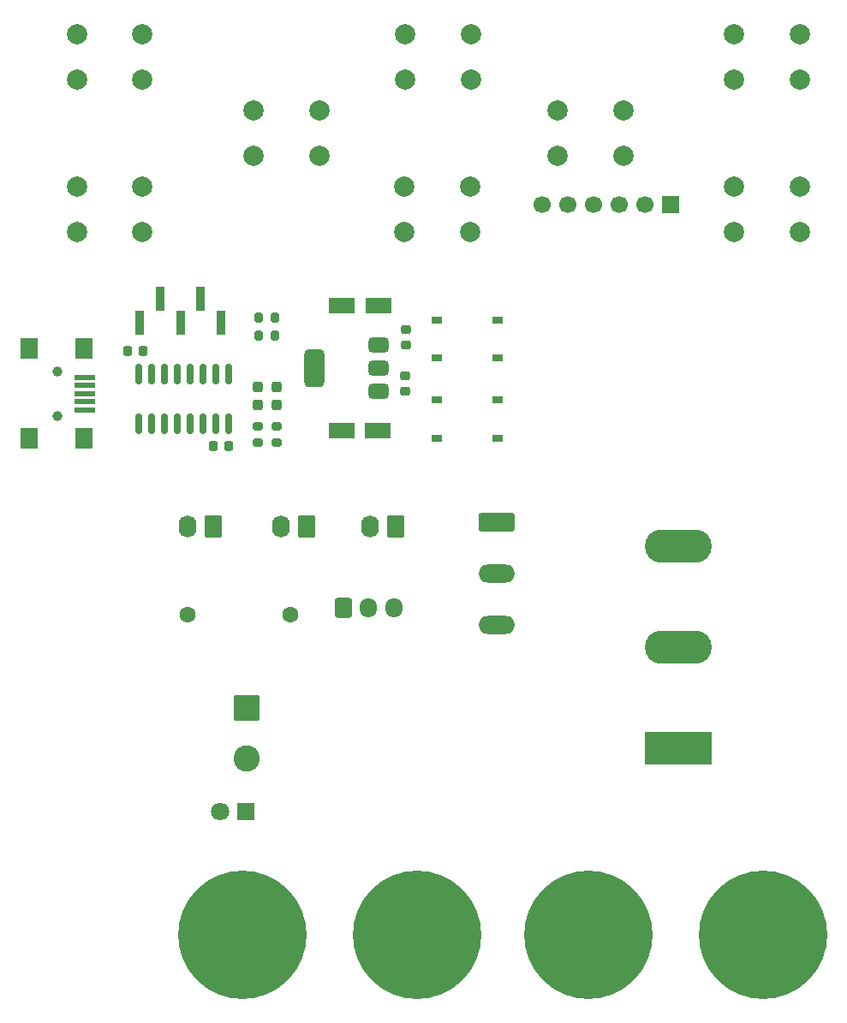
<source format=gbr>
%TF.GenerationSoftware,KiCad,Pcbnew,9.0.3*%
%TF.CreationDate,2025-08-30T18:08:08-03:00*%
%TF.ProjectId,PCB_Integradora,5043425f-496e-4746-9567-7261646f7261,rev?*%
%TF.SameCoordinates,Original*%
%TF.FileFunction,Soldermask,Top*%
%TF.FilePolarity,Negative*%
%FSLAX46Y46*%
G04 Gerber Fmt 4.6, Leading zero omitted, Abs format (unit mm)*
G04 Created by KiCad (PCBNEW 9.0.3) date 2025-08-30 18:08:08*
%MOMM*%
%LPD*%
G01*
G04 APERTURE LIST*
G04 Aperture macros list*
%AMRoundRect*
0 Rectangle with rounded corners*
0 $1 Rounding radius*
0 $2 $3 $4 $5 $6 $7 $8 $9 X,Y pos of 4 corners*
0 Add a 4 corners polygon primitive as box body*
4,1,4,$2,$3,$4,$5,$6,$7,$8,$9,$2,$3,0*
0 Add four circle primitives for the rounded corners*
1,1,$1+$1,$2,$3*
1,1,$1+$1,$4,$5*
1,1,$1+$1,$6,$7*
1,1,$1+$1,$8,$9*
0 Add four rect primitives between the rounded corners*
20,1,$1+$1,$2,$3,$4,$5,0*
20,1,$1+$1,$4,$5,$6,$7,0*
20,1,$1+$1,$6,$7,$8,$9,0*
20,1,$1+$1,$8,$9,$2,$3,0*%
G04 Aperture macros list end*
%ADD10RoundRect,0.237500X-0.237500X0.287500X-0.237500X-0.287500X0.237500X-0.287500X0.237500X0.287500X0*%
%ADD11C,2.000000*%
%ADD12RoundRect,0.225000X-0.225000X-0.250000X0.225000X-0.250000X0.225000X0.250000X-0.225000X0.250000X0*%
%ADD13RoundRect,0.250000X-0.600000X-0.725000X0.600000X-0.725000X0.600000X0.725000X-0.600000X0.725000X0*%
%ADD14O,1.700000X1.950000*%
%ADD15RoundRect,0.250000X0.620000X0.845000X-0.620000X0.845000X-0.620000X-0.845000X0.620000X-0.845000X0*%
%ADD16O,1.740000X2.190000*%
%ADD17RoundRect,0.250000X-1.050000X-0.550000X1.050000X-0.550000X1.050000X0.550000X-1.050000X0.550000X0*%
%ADD18C,1.000000*%
%ADD19R,2.000000X0.500000*%
%ADD20R,1.700000X2.000000*%
%ADD21R,1.700000X1.700000*%
%ADD22C,1.700000*%
%ADD23RoundRect,0.200000X0.275000X-0.200000X0.275000X0.200000X-0.275000X0.200000X-0.275000X-0.200000X0*%
%ADD24C,12.700000*%
%ADD25R,1.000000X0.750000*%
%ADD26RoundRect,0.375000X0.625000X0.375000X-0.625000X0.375000X-0.625000X-0.375000X0.625000X-0.375000X0*%
%ADD27RoundRect,0.500000X0.500000X1.400000X-0.500000X1.400000X-0.500000X-1.400000X0.500000X-1.400000X0*%
%ADD28RoundRect,0.250000X-1.550000X0.650000X-1.550000X-0.650000X1.550000X-0.650000X1.550000X0.650000X0*%
%ADD29O,3.600000X1.800000*%
%ADD30RoundRect,0.150000X-0.150000X0.825000X-0.150000X-0.825000X0.150000X-0.825000X0.150000X0.825000X0*%
%ADD31R,6.600000X3.300000*%
%ADD32O,6.600000X3.300000*%
%ADD33C,1.600000*%
%ADD34RoundRect,0.250000X-1.050000X1.050000X-1.050000X-1.050000X1.050000X-1.050000X1.050000X1.050000X0*%
%ADD35C,2.600000*%
%ADD36RoundRect,0.225000X-0.250000X0.225000X-0.250000X-0.225000X0.250000X-0.225000X0.250000X0.225000X0*%
%ADD37RoundRect,0.200000X-0.200000X-0.275000X0.200000X-0.275000X0.200000X0.275000X-0.200000X0.275000X0*%
%ADD38RoundRect,0.225000X0.225000X0.250000X-0.225000X0.250000X-0.225000X-0.250000X0.225000X-0.250000X0*%
%ADD39R,0.850000X2.350000*%
%ADD40R,1.800000X1.800000*%
%ADD41C,1.800000*%
%ADD42RoundRect,0.225000X0.250000X-0.225000X0.250000X0.225000X-0.250000X0.225000X-0.250000X-0.225000X0*%
G04 APERTURE END LIST*
D10*
%TO.C,D2*%
X95161200Y-70679000D03*
X95161200Y-72429000D03*
%TD*%
D11*
%TO.C,SW6*%
X142300000Y-35800000D03*
X148800000Y-35800000D03*
X142300000Y-40300000D03*
X148800000Y-40300000D03*
%TD*%
D12*
%TO.C,C4*%
X82282800Y-67134400D03*
X83832800Y-67134400D03*
%TD*%
D13*
%TO.C,Micro_Pwr1*%
X103635800Y-92532200D03*
D14*
X106135800Y-92532200D03*
X108635800Y-92532200D03*
%TD*%
D11*
%TO.C,SW4*%
X124814400Y-43318400D03*
X131314400Y-43318400D03*
X124814400Y-47818400D03*
X131314400Y-47818400D03*
%TD*%
D15*
%TO.C,Inv_Pwr1*%
X90788000Y-84455000D03*
D16*
X88248000Y-84455000D03*
%TD*%
D17*
%TO.C,C5*%
X103470800Y-75008400D03*
X107070800Y-75008400D03*
%TD*%
D18*
%TO.C,J2*%
X75400000Y-69100000D03*
X75400000Y-73500000D03*
D19*
X78100000Y-69700000D03*
X78100000Y-70500000D03*
X78100000Y-71300000D03*
X78100000Y-72100000D03*
X78100000Y-72900000D03*
D20*
X78000000Y-66850000D03*
X72550000Y-66850000D03*
X78000000Y-75750000D03*
X72550000Y-75750000D03*
%TD*%
D21*
%TO.C,J1*%
X136040000Y-52578800D03*
D22*
X133500000Y-52578800D03*
X130960000Y-52578800D03*
X128420000Y-52578800D03*
X125880000Y-52578800D03*
X123340000Y-52578800D03*
%TD*%
D23*
%TO.C,R3*%
X97091600Y-76189000D03*
X97091600Y-74539000D03*
%TD*%
D24*
%TO.C,Pw_In-1*%
X127850000Y-124802000D03*
X145122000Y-124802000D03*
%TD*%
D25*
%TO.C,SW10*%
X112887600Y-64040200D03*
X118887600Y-64040200D03*
X112887600Y-67790200D03*
X118887600Y-67790200D03*
%TD*%
D23*
%TO.C,R4*%
X95161200Y-76189000D03*
X95161200Y-74539000D03*
%TD*%
D26*
%TO.C,U2*%
X107100000Y-71110800D03*
X107100000Y-68810800D03*
D27*
X100800000Y-68810800D03*
D26*
X107100000Y-66510800D03*
%TD*%
D28*
%TO.C,Motor_Out1*%
X118833000Y-84035000D03*
D29*
X118833000Y-89115000D03*
X118833000Y-94195000D03*
%TD*%
D30*
%TO.C,U1*%
X92341800Y-69383800D03*
X91071800Y-69383800D03*
X89801800Y-69383800D03*
X88531800Y-69383800D03*
X87261800Y-69383800D03*
X85991800Y-69383800D03*
X84721800Y-69383800D03*
X83451800Y-69383800D03*
X83451800Y-74333800D03*
X84721800Y-74333800D03*
X85991800Y-74333800D03*
X87261800Y-74333800D03*
X88531800Y-74333800D03*
X89801800Y-74333800D03*
X91071800Y-74333800D03*
X92341800Y-74333800D03*
%TD*%
D31*
%TO.C,Motor_Pwr1*%
X136779000Y-106393000D03*
D32*
X136779000Y-96393000D03*
X136779000Y-86393000D03*
%TD*%
D33*
%TO.C,R5*%
X98386000Y-93179000D03*
X88226000Y-93179000D03*
%TD*%
D15*
%TO.C,Cnv_Pwr1*%
X100037000Y-84416000D03*
D16*
X97497000Y-84416000D03*
%TD*%
D25*
%TO.C,SW9*%
X118887600Y-75715000D03*
X112887600Y-75715000D03*
X118887600Y-71965000D03*
X112887600Y-71965000D03*
%TD*%
D15*
%TO.C,Cooler1*%
X108800000Y-84455000D03*
D16*
X106260000Y-84455000D03*
%TD*%
D34*
%TO.C,12V_Pwr1*%
X94061500Y-102402000D03*
D35*
X94061500Y-107402000D03*
%TD*%
D36*
%TO.C,C6*%
X109740800Y-69546800D03*
X109740800Y-71096800D03*
%TD*%
D11*
%TO.C,SW8*%
X142300000Y-50851600D03*
X148800000Y-50851600D03*
X142300000Y-55351600D03*
X148800000Y-55351600D03*
%TD*%
%TO.C,SW3*%
X101300000Y-47818400D03*
X94800000Y-47818400D03*
X101300000Y-43318400D03*
X94800000Y-43318400D03*
%TD*%
D24*
%TO.C,Pw_In+1*%
X93687000Y-124802000D03*
X110959000Y-124802000D03*
%TD*%
D37*
%TO.C,R1*%
X95262800Y-65559600D03*
X96912800Y-65559600D03*
%TD*%
D11*
%TO.C,SW7*%
X77300000Y-50851600D03*
X83800000Y-50851600D03*
X77300000Y-55351600D03*
X83800000Y-55351600D03*
%TD*%
D37*
%TO.C,R2*%
X95262800Y-63832400D03*
X96912800Y-63832400D03*
%TD*%
D11*
%TO.C,SW2*%
X116277600Y-40300000D03*
X109777600Y-40300000D03*
X116277600Y-35800000D03*
X109777600Y-35800000D03*
%TD*%
%TO.C,SW1*%
X83800000Y-40300000D03*
X77300000Y-40300000D03*
X83800000Y-35800000D03*
X77300000Y-35800000D03*
%TD*%
D38*
%TO.C,C2*%
X92316400Y-76481600D03*
X90766400Y-76481600D03*
%TD*%
D39*
%TO.C,J3*%
X91534600Y-64288600D03*
X89534600Y-61938600D03*
X87534600Y-64288600D03*
X85534600Y-61938600D03*
X83534600Y-64288600D03*
%TD*%
D40*
%TO.C,D3*%
X93980000Y-112649000D03*
D41*
X91440000Y-112649000D03*
%TD*%
D10*
%TO.C,D1*%
X97091600Y-70679000D03*
X97091600Y-72429000D03*
%TD*%
D17*
%TO.C,C3*%
X103521600Y-62613200D03*
X107121600Y-62613200D03*
%TD*%
D11*
%TO.C,SW5*%
X109676000Y-50836800D03*
X116176000Y-50836800D03*
X109676000Y-55336800D03*
X116176000Y-55336800D03*
%TD*%
D42*
%TO.C,C1*%
X109842400Y-66524800D03*
X109842400Y-64974800D03*
%TD*%
M02*

</source>
